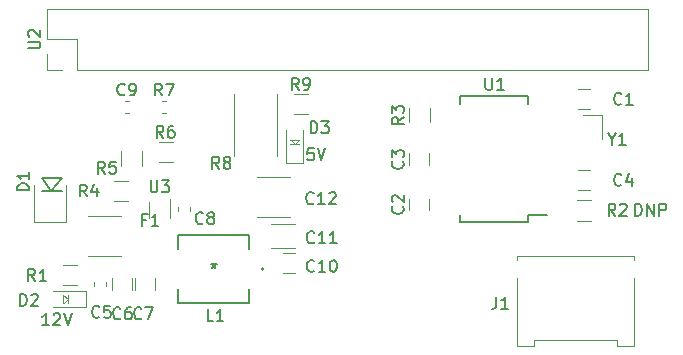
<source format=gto>
G04 #@! TF.GenerationSoftware,KiCad,Pcbnew,(5.1.4-0-10_14)*
G04 #@! TF.CreationDate,2020-01-14T22:21:16-05:00*
G04 #@! TF.ProjectId,LCD_Screen,4c43445f-5363-4726-9565-6e2e6b696361,rev?*
G04 #@! TF.SameCoordinates,Original*
G04 #@! TF.FileFunction,Legend,Top*
G04 #@! TF.FilePolarity,Positive*
%FSLAX46Y46*%
G04 Gerber Fmt 4.6, Leading zero omitted, Abs format (unit mm)*
G04 Created by KiCad (PCBNEW (5.1.4-0-10_14)) date 2020-01-14 22:21:16*
%MOMM*%
%LPD*%
G04 APERTURE LIST*
%ADD10C,0.150000*%
%ADD11C,0.120000*%
%ADD12C,0.100000*%
%ADD13C,0.152400*%
%ADD14C,0.200000*%
G04 APERTURE END LIST*
D10*
X255000285Y-36774380D02*
X255000285Y-35774380D01*
X255238380Y-35774380D01*
X255381238Y-35822000D01*
X255476476Y-35917238D01*
X255524095Y-36012476D01*
X255571714Y-36202952D01*
X255571714Y-36345809D01*
X255524095Y-36536285D01*
X255476476Y-36631523D01*
X255381238Y-36726761D01*
X255238380Y-36774380D01*
X255000285Y-36774380D01*
X256000285Y-36774380D02*
X256000285Y-35774380D01*
X256571714Y-36774380D01*
X256571714Y-35774380D01*
X257047904Y-36774380D02*
X257047904Y-35774380D01*
X257428857Y-35774380D01*
X257524095Y-35822000D01*
X257571714Y-35869619D01*
X257619333Y-35964857D01*
X257619333Y-36107714D01*
X257571714Y-36202952D01*
X257524095Y-36250571D01*
X257428857Y-36298190D01*
X257047904Y-36298190D01*
X227774523Y-31075380D02*
X227298333Y-31075380D01*
X227250714Y-31551571D01*
X227298333Y-31503952D01*
X227393571Y-31456333D01*
X227631666Y-31456333D01*
X227726904Y-31503952D01*
X227774523Y-31551571D01*
X227822142Y-31646809D01*
X227822142Y-31884904D01*
X227774523Y-31980142D01*
X227726904Y-32027761D01*
X227631666Y-32075380D01*
X227393571Y-32075380D01*
X227298333Y-32027761D01*
X227250714Y-31980142D01*
X228107857Y-31075380D02*
X228441190Y-32075380D01*
X228774523Y-31075380D01*
X205374952Y-46045380D02*
X204803523Y-46045380D01*
X205089238Y-46045380D02*
X205089238Y-45045380D01*
X204994000Y-45188238D01*
X204898761Y-45283476D01*
X204803523Y-45331095D01*
X205755904Y-45140619D02*
X205803523Y-45093000D01*
X205898761Y-45045380D01*
X206136857Y-45045380D01*
X206232095Y-45093000D01*
X206279714Y-45140619D01*
X206327333Y-45235857D01*
X206327333Y-45331095D01*
X206279714Y-45473952D01*
X205708285Y-46045380D01*
X206327333Y-46045380D01*
X206613047Y-45045380D02*
X206946380Y-46045380D01*
X207279714Y-45045380D01*
D11*
X211787521Y-28081700D02*
X212113079Y-28081700D01*
X211787521Y-27061700D02*
X212113079Y-27061700D01*
X208680548Y-36783700D02*
X211453052Y-36783700D01*
X208680548Y-40203700D02*
X211453052Y-40203700D01*
X223010048Y-33481700D02*
X225782552Y-33481700D01*
X223010048Y-36901700D02*
X225782552Y-36901700D01*
X225461600Y-32292700D02*
X225461600Y-29492700D01*
X226861600Y-32292700D02*
X226861600Y-29492700D01*
X225461600Y-32292700D02*
X226861600Y-32292700D01*
D12*
X226161600Y-30692700D02*
X225861600Y-30392700D01*
X225861600Y-30392700D02*
X225811600Y-30342700D01*
X225811600Y-30342700D02*
X226461600Y-30342700D01*
X226511600Y-30342700D02*
X226461600Y-30342700D01*
X226461600Y-30342700D02*
X226511600Y-30342700D01*
X226511600Y-30342700D02*
X226161600Y-30692700D01*
X226161600Y-30692700D02*
X225811600Y-30692700D01*
X226511600Y-30692700D02*
X226161600Y-30692700D01*
D11*
X224182300Y-39513700D02*
X226182300Y-39513700D01*
X226182300Y-37473700D02*
X224182300Y-37473700D01*
X226166300Y-39929700D02*
X225166300Y-39929700D01*
X225166300Y-41629700D02*
X226166300Y-41629700D01*
X212624300Y-42057700D02*
X212624300Y-43057700D01*
X214324300Y-43057700D02*
X214324300Y-42057700D01*
X210719300Y-42057700D02*
X210719300Y-43057700D01*
X212419300Y-43057700D02*
X212419300Y-42057700D01*
X217286300Y-36370479D02*
X217286300Y-36044921D01*
X216266300Y-36370479D02*
X216266300Y-36044921D01*
D13*
X222313500Y-38442900D02*
X216319100Y-38442900D01*
X216319100Y-38442900D02*
X216319100Y-39608760D01*
X216319100Y-44132500D02*
X222313500Y-44132500D01*
X222313500Y-44132500D02*
X222313500Y-42966640D01*
X222313500Y-39608760D02*
X222313500Y-38442900D01*
X216319100Y-42966640D02*
X216319100Y-44132500D01*
X223532700Y-41287700D02*
G75*
G03X223532700Y-41287700I-76200J0D01*
G01*
D14*
X206473300Y-33575700D02*
X205573300Y-34675700D01*
X204773300Y-33575700D02*
X206473300Y-33575700D01*
X205573300Y-34675700D02*
X204773300Y-33575700D01*
X204773300Y-34675700D02*
X206473300Y-34675700D01*
D11*
X204139800Y-37350700D02*
X206806800Y-37350700D01*
X206806800Y-37350700D02*
X206806800Y-34175700D01*
X204139800Y-37350700D02*
X204139800Y-34175700D01*
X214937021Y-27061700D02*
X215262579Y-27061700D01*
X214937021Y-28081700D02*
X215262579Y-28081700D01*
X221052300Y-31695700D02*
X221052300Y-26495700D01*
X224692300Y-26495700D02*
X224692300Y-31695700D01*
X213844300Y-36933900D02*
X213844300Y-35633900D01*
X215644300Y-35383900D02*
X215644300Y-36933900D01*
D12*
X206943300Y-43477700D02*
X206943300Y-43827700D01*
X206943300Y-43827700D02*
X206943300Y-44177700D01*
X206593300Y-43477700D02*
X206943300Y-43827700D01*
X206593300Y-43527700D02*
X206593300Y-43477700D01*
X206593300Y-43477700D02*
X206593300Y-43527700D01*
X206593300Y-44177700D02*
X206593300Y-43527700D01*
X206643300Y-44127700D02*
X206593300Y-44177700D01*
X206943300Y-43827700D02*
X206643300Y-44127700D01*
D11*
X208543300Y-44527700D02*
X208543300Y-43127700D01*
X208543300Y-43127700D02*
X205743300Y-43127700D01*
X208543300Y-44527700D02*
X205743300Y-44527700D01*
X226082300Y-26437700D02*
X227282300Y-26437700D01*
X227282300Y-28197700D02*
X226082300Y-28197700D01*
X210174300Y-42394921D02*
X210174300Y-42720479D01*
X209154300Y-42394921D02*
X209154300Y-42720479D01*
X207724300Y-42675700D02*
X206524300Y-42675700D01*
X206524300Y-40915700D02*
X207724300Y-40915700D01*
X213224000Y-31327800D02*
X213224000Y-32527800D01*
X211464000Y-32527800D02*
X211464000Y-31327800D01*
X214652300Y-30501700D02*
X215852300Y-30501700D01*
X215852300Y-32261700D02*
X214652300Y-32261700D01*
X212042300Y-35563700D02*
X210842300Y-35563700D01*
X210842300Y-33803700D02*
X212042300Y-33803700D01*
X250198000Y-34632000D02*
X251198000Y-34632000D01*
X251198000Y-32932000D02*
X250198000Y-32932000D01*
X254895000Y-40512000D02*
X254895000Y-40202000D01*
X254895000Y-40202000D02*
X245025000Y-40202000D01*
X245025000Y-40202000D02*
X245025000Y-40512000D01*
X254895000Y-42032000D02*
X254895000Y-47792000D01*
X254895000Y-47792000D02*
X253475000Y-47792000D01*
X253475000Y-47792000D02*
X253475000Y-47292000D01*
X253475000Y-47292000D02*
X246445000Y-47292000D01*
X246445000Y-47292000D02*
X246445000Y-47792000D01*
X246445000Y-47792000D02*
X245025000Y-47792000D01*
X245025000Y-47792000D02*
X245025000Y-42032000D01*
D10*
X245953000Y-37329000D02*
X245953000Y-36754000D01*
X240203000Y-37329000D02*
X240203000Y-36679000D01*
X240203000Y-26679000D02*
X240203000Y-27329000D01*
X245953000Y-26679000D02*
X245953000Y-27329000D01*
X245953000Y-37329000D02*
X240203000Y-37329000D01*
X245953000Y-26679000D02*
X240203000Y-26679000D01*
X245953000Y-36754000D02*
X247553000Y-36754000D01*
D11*
X250182000Y-27774000D02*
X251182000Y-27774000D01*
X251182000Y-26074000D02*
X250182000Y-26074000D01*
X235878000Y-35330000D02*
X235878000Y-36330000D01*
X237578000Y-36330000D02*
X237578000Y-35330000D01*
X235878000Y-31504000D02*
X235878000Y-32504000D01*
X237578000Y-32504000D02*
X237578000Y-31504000D01*
X250098000Y-35442000D02*
X251298000Y-35442000D01*
X251298000Y-37202000D02*
X250098000Y-37202000D01*
X237608000Y-27660000D02*
X237608000Y-28860000D01*
X235848000Y-28860000D02*
X235848000Y-27660000D01*
D12*
X252209000Y-28269000D02*
X252209000Y-30269000D01*
X252209000Y-28269000D02*
X250609000Y-28269000D01*
D11*
X256092000Y-24444000D02*
X256092000Y-19244000D01*
X207772000Y-24444000D02*
X256092000Y-24444000D01*
X205172000Y-19244000D02*
X256092000Y-19244000D01*
X207772000Y-24444000D02*
X207772000Y-21844000D01*
X207772000Y-21844000D02*
X205172000Y-21844000D01*
X205172000Y-21844000D02*
X205172000Y-19244000D01*
X206502000Y-24444000D02*
X205172000Y-24444000D01*
X205172000Y-24444000D02*
X205172000Y-23114000D01*
D10*
X211783633Y-26498842D02*
X211736014Y-26546461D01*
X211593157Y-26594080D01*
X211497919Y-26594080D01*
X211355061Y-26546461D01*
X211259823Y-26451223D01*
X211212204Y-26355985D01*
X211164585Y-26165509D01*
X211164585Y-26022652D01*
X211212204Y-25832176D01*
X211259823Y-25736938D01*
X211355061Y-25641700D01*
X211497919Y-25594080D01*
X211593157Y-25594080D01*
X211736014Y-25641700D01*
X211783633Y-25689319D01*
X212259823Y-26594080D02*
X212450300Y-26594080D01*
X212545538Y-26546461D01*
X212593157Y-26498842D01*
X212688395Y-26355985D01*
X212736014Y-26165509D01*
X212736014Y-25784557D01*
X212688395Y-25689319D01*
X212640776Y-25641700D01*
X212545538Y-25594080D01*
X212355061Y-25594080D01*
X212259823Y-25641700D01*
X212212204Y-25689319D01*
X212164585Y-25784557D01*
X212164585Y-26022652D01*
X212212204Y-26117890D01*
X212259823Y-26165509D01*
X212355061Y-26213128D01*
X212545538Y-26213128D01*
X212640776Y-26165509D01*
X212688395Y-26117890D01*
X212736014Y-26022652D01*
X213590366Y-37101471D02*
X213257033Y-37101471D01*
X213257033Y-37625280D02*
X213257033Y-36625280D01*
X213733223Y-36625280D01*
X214637985Y-37625280D02*
X214066557Y-37625280D01*
X214352271Y-37625280D02*
X214352271Y-36625280D01*
X214257033Y-36768138D01*
X214161795Y-36863376D01*
X214066557Y-36910995D01*
X227766642Y-35701242D02*
X227719023Y-35748861D01*
X227576166Y-35796480D01*
X227480928Y-35796480D01*
X227338071Y-35748861D01*
X227242833Y-35653623D01*
X227195214Y-35558385D01*
X227147595Y-35367909D01*
X227147595Y-35225052D01*
X227195214Y-35034576D01*
X227242833Y-34939338D01*
X227338071Y-34844100D01*
X227480928Y-34796480D01*
X227576166Y-34796480D01*
X227719023Y-34844100D01*
X227766642Y-34891719D01*
X228719023Y-35796480D02*
X228147595Y-35796480D01*
X228433309Y-35796480D02*
X228433309Y-34796480D01*
X228338071Y-34939338D01*
X228242833Y-35034576D01*
X228147595Y-35082195D01*
X229099976Y-34891719D02*
X229147595Y-34844100D01*
X229242833Y-34796480D01*
X229480928Y-34796480D01*
X229576166Y-34844100D01*
X229623785Y-34891719D01*
X229671404Y-34986957D01*
X229671404Y-35082195D01*
X229623785Y-35225052D01*
X229052357Y-35796480D01*
X229671404Y-35796480D01*
X227531704Y-29789380D02*
X227531704Y-28789380D01*
X227769800Y-28789380D01*
X227912657Y-28837000D01*
X228007895Y-28932238D01*
X228055514Y-29027476D01*
X228103133Y-29217952D01*
X228103133Y-29360809D01*
X228055514Y-29551285D01*
X228007895Y-29646523D01*
X227912657Y-29741761D01*
X227769800Y-29789380D01*
X227531704Y-29789380D01*
X228436466Y-28789380D02*
X229055514Y-28789380D01*
X228722180Y-29170333D01*
X228865038Y-29170333D01*
X228960276Y-29217952D01*
X229007895Y-29265571D01*
X229055514Y-29360809D01*
X229055514Y-29598904D01*
X229007895Y-29694142D01*
X228960276Y-29741761D01*
X228865038Y-29789380D01*
X228579323Y-29789380D01*
X228484085Y-29741761D01*
X228436466Y-29694142D01*
X227817442Y-39015942D02*
X227769823Y-39063561D01*
X227626966Y-39111180D01*
X227531728Y-39111180D01*
X227388871Y-39063561D01*
X227293633Y-38968323D01*
X227246014Y-38873085D01*
X227198395Y-38682609D01*
X227198395Y-38539752D01*
X227246014Y-38349276D01*
X227293633Y-38254038D01*
X227388871Y-38158800D01*
X227531728Y-38111180D01*
X227626966Y-38111180D01*
X227769823Y-38158800D01*
X227817442Y-38206419D01*
X228769823Y-39111180D02*
X228198395Y-39111180D01*
X228484109Y-39111180D02*
X228484109Y-38111180D01*
X228388871Y-38254038D01*
X228293633Y-38349276D01*
X228198395Y-38396895D01*
X229722204Y-39111180D02*
X229150776Y-39111180D01*
X229436490Y-39111180D02*
X229436490Y-38111180D01*
X229341252Y-38254038D01*
X229246014Y-38349276D01*
X229150776Y-38396895D01*
X227817442Y-41428942D02*
X227769823Y-41476561D01*
X227626966Y-41524180D01*
X227531728Y-41524180D01*
X227388871Y-41476561D01*
X227293633Y-41381323D01*
X227246014Y-41286085D01*
X227198395Y-41095609D01*
X227198395Y-40952752D01*
X227246014Y-40762276D01*
X227293633Y-40667038D01*
X227388871Y-40571800D01*
X227531728Y-40524180D01*
X227626966Y-40524180D01*
X227769823Y-40571800D01*
X227817442Y-40619419D01*
X228769823Y-41524180D02*
X228198395Y-41524180D01*
X228484109Y-41524180D02*
X228484109Y-40524180D01*
X228388871Y-40667038D01*
X228293633Y-40762276D01*
X228198395Y-40809895D01*
X229388871Y-40524180D02*
X229484109Y-40524180D01*
X229579347Y-40571800D01*
X229626966Y-40619419D01*
X229674585Y-40714657D01*
X229722204Y-40905133D01*
X229722204Y-41143228D01*
X229674585Y-41333704D01*
X229626966Y-41428942D01*
X229579347Y-41476561D01*
X229484109Y-41524180D01*
X229388871Y-41524180D01*
X229293633Y-41476561D01*
X229246014Y-41428942D01*
X229198395Y-41333704D01*
X229150776Y-41143228D01*
X229150776Y-40905133D01*
X229198395Y-40714657D01*
X229246014Y-40619419D01*
X229293633Y-40571800D01*
X229388871Y-40524180D01*
X213193333Y-45442142D02*
X213145714Y-45489761D01*
X213002857Y-45537380D01*
X212907619Y-45537380D01*
X212764761Y-45489761D01*
X212669523Y-45394523D01*
X212621904Y-45299285D01*
X212574285Y-45108809D01*
X212574285Y-44965952D01*
X212621904Y-44775476D01*
X212669523Y-44680238D01*
X212764761Y-44585000D01*
X212907619Y-44537380D01*
X213002857Y-44537380D01*
X213145714Y-44585000D01*
X213193333Y-44632619D01*
X213526666Y-44537380D02*
X214193333Y-44537380D01*
X213764761Y-45537380D01*
X211415333Y-45442142D02*
X211367714Y-45489761D01*
X211224857Y-45537380D01*
X211129619Y-45537380D01*
X210986761Y-45489761D01*
X210891523Y-45394523D01*
X210843904Y-45299285D01*
X210796285Y-45108809D01*
X210796285Y-44965952D01*
X210843904Y-44775476D01*
X210891523Y-44680238D01*
X210986761Y-44585000D01*
X211129619Y-44537380D01*
X211224857Y-44537380D01*
X211367714Y-44585000D01*
X211415333Y-44632619D01*
X212272476Y-44537380D02*
X212082000Y-44537380D01*
X211986761Y-44585000D01*
X211939142Y-44632619D01*
X211843904Y-44775476D01*
X211796285Y-44965952D01*
X211796285Y-45346904D01*
X211843904Y-45442142D01*
X211891523Y-45489761D01*
X211986761Y-45537380D01*
X212177238Y-45537380D01*
X212272476Y-45489761D01*
X212320095Y-45442142D01*
X212367714Y-45346904D01*
X212367714Y-45108809D01*
X212320095Y-45013571D01*
X212272476Y-44965952D01*
X212177238Y-44918333D01*
X211986761Y-44918333D01*
X211891523Y-44965952D01*
X211843904Y-45013571D01*
X211796285Y-45108809D01*
X218400333Y-37390342D02*
X218352714Y-37437961D01*
X218209857Y-37485580D01*
X218114619Y-37485580D01*
X217971761Y-37437961D01*
X217876523Y-37342723D01*
X217828904Y-37247485D01*
X217781285Y-37057009D01*
X217781285Y-36914152D01*
X217828904Y-36723676D01*
X217876523Y-36628438D01*
X217971761Y-36533200D01*
X218114619Y-36485580D01*
X218209857Y-36485580D01*
X218352714Y-36533200D01*
X218400333Y-36580819D01*
X218971761Y-36914152D02*
X218876523Y-36866533D01*
X218828904Y-36818914D01*
X218781285Y-36723676D01*
X218781285Y-36676057D01*
X218828904Y-36580819D01*
X218876523Y-36533200D01*
X218971761Y-36485580D01*
X219162238Y-36485580D01*
X219257476Y-36533200D01*
X219305095Y-36580819D01*
X219352714Y-36676057D01*
X219352714Y-36723676D01*
X219305095Y-36818914D01*
X219257476Y-36866533D01*
X219162238Y-36914152D01*
X218971761Y-36914152D01*
X218876523Y-36961771D01*
X218828904Y-37009390D01*
X218781285Y-37104628D01*
X218781285Y-37295104D01*
X218828904Y-37390342D01*
X218876523Y-37437961D01*
X218971761Y-37485580D01*
X219162238Y-37485580D01*
X219257476Y-37437961D01*
X219305095Y-37390342D01*
X219352714Y-37295104D01*
X219352714Y-37104628D01*
X219305095Y-37009390D01*
X219257476Y-36961771D01*
X219162238Y-36914152D01*
X219276633Y-45702480D02*
X218800442Y-45702480D01*
X218800442Y-44702480D01*
X220133776Y-45702480D02*
X219562347Y-45702480D01*
X219848061Y-45702480D02*
X219848061Y-44702480D01*
X219752823Y-44845338D01*
X219657585Y-44940576D01*
X219562347Y-44988195D01*
X219316300Y-40740080D02*
X219316300Y-40978176D01*
X219078204Y-40882938D02*
X219316300Y-40978176D01*
X219554395Y-40882938D01*
X219173442Y-41168652D02*
X219316300Y-40978176D01*
X219459157Y-41168652D01*
X203675680Y-34613795D02*
X202675680Y-34613795D01*
X202675680Y-34375700D01*
X202723300Y-34232842D01*
X202818538Y-34137604D01*
X202913776Y-34089985D01*
X203104252Y-34042366D01*
X203247109Y-34042366D01*
X203437585Y-34089985D01*
X203532823Y-34137604D01*
X203628061Y-34232842D01*
X203675680Y-34375700D01*
X203675680Y-34613795D01*
X203675680Y-33089985D02*
X203675680Y-33661414D01*
X203675680Y-33375700D02*
X202675680Y-33375700D01*
X202818538Y-33470938D01*
X202913776Y-33566176D01*
X202961395Y-33661414D01*
X214933133Y-26594080D02*
X214599800Y-26117890D01*
X214361704Y-26594080D02*
X214361704Y-25594080D01*
X214742657Y-25594080D01*
X214837895Y-25641700D01*
X214885514Y-25689319D01*
X214933133Y-25784557D01*
X214933133Y-25927414D01*
X214885514Y-26022652D01*
X214837895Y-26070271D01*
X214742657Y-26117890D01*
X214361704Y-26117890D01*
X215266466Y-25594080D02*
X215933133Y-25594080D01*
X215504561Y-26594080D01*
X219771933Y-32799280D02*
X219438600Y-32323090D01*
X219200504Y-32799280D02*
X219200504Y-31799280D01*
X219581457Y-31799280D01*
X219676695Y-31846900D01*
X219724314Y-31894519D01*
X219771933Y-31989757D01*
X219771933Y-32132614D01*
X219724314Y-32227852D01*
X219676695Y-32275471D01*
X219581457Y-32323090D01*
X219200504Y-32323090D01*
X220343361Y-32227852D02*
X220248123Y-32180233D01*
X220200504Y-32132614D01*
X220152885Y-32037376D01*
X220152885Y-31989757D01*
X220200504Y-31894519D01*
X220248123Y-31846900D01*
X220343361Y-31799280D01*
X220533838Y-31799280D01*
X220629076Y-31846900D01*
X220676695Y-31894519D01*
X220724314Y-31989757D01*
X220724314Y-32037376D01*
X220676695Y-32132614D01*
X220629076Y-32180233D01*
X220533838Y-32227852D01*
X220343361Y-32227852D01*
X220248123Y-32275471D01*
X220200504Y-32323090D01*
X220152885Y-32418328D01*
X220152885Y-32608804D01*
X220200504Y-32704042D01*
X220248123Y-32751661D01*
X220343361Y-32799280D01*
X220533838Y-32799280D01*
X220629076Y-32751661D01*
X220676695Y-32704042D01*
X220724314Y-32608804D01*
X220724314Y-32418328D01*
X220676695Y-32323090D01*
X220629076Y-32275471D01*
X220533838Y-32227852D01*
X213969695Y-33793180D02*
X213969695Y-34602704D01*
X214017314Y-34697942D01*
X214064933Y-34745561D01*
X214160171Y-34793180D01*
X214350647Y-34793180D01*
X214445885Y-34745561D01*
X214493504Y-34697942D01*
X214541123Y-34602704D01*
X214541123Y-33793180D01*
X214922076Y-33793180D02*
X215541123Y-33793180D01*
X215207790Y-34174133D01*
X215350647Y-34174133D01*
X215445885Y-34221752D01*
X215493504Y-34269371D01*
X215541123Y-34364609D01*
X215541123Y-34602704D01*
X215493504Y-34697942D01*
X215445885Y-34745561D01*
X215350647Y-34793180D01*
X215064933Y-34793180D01*
X214969695Y-34745561D01*
X214922076Y-34697942D01*
X202919104Y-44407080D02*
X202919104Y-43407080D01*
X203157200Y-43407080D01*
X203300057Y-43454700D01*
X203395295Y-43549938D01*
X203442914Y-43645176D01*
X203490533Y-43835652D01*
X203490533Y-43978509D01*
X203442914Y-44168985D01*
X203395295Y-44264223D01*
X203300057Y-44359461D01*
X203157200Y-44407080D01*
X202919104Y-44407080D01*
X203871485Y-43502319D02*
X203919104Y-43454700D01*
X204014342Y-43407080D01*
X204252438Y-43407080D01*
X204347676Y-43454700D01*
X204395295Y-43502319D01*
X204442914Y-43597557D01*
X204442914Y-43692795D01*
X204395295Y-43835652D01*
X203823866Y-44407080D01*
X204442914Y-44407080D01*
X226515633Y-26120080D02*
X226182300Y-25643890D01*
X225944204Y-26120080D02*
X225944204Y-25120080D01*
X226325157Y-25120080D01*
X226420395Y-25167700D01*
X226468014Y-25215319D01*
X226515633Y-25310557D01*
X226515633Y-25453414D01*
X226468014Y-25548652D01*
X226420395Y-25596271D01*
X226325157Y-25643890D01*
X225944204Y-25643890D01*
X226991823Y-26120080D02*
X227182300Y-26120080D01*
X227277538Y-26072461D01*
X227325157Y-26024842D01*
X227420395Y-25881985D01*
X227468014Y-25691509D01*
X227468014Y-25310557D01*
X227420395Y-25215319D01*
X227372776Y-25167700D01*
X227277538Y-25120080D01*
X227087061Y-25120080D01*
X226991823Y-25167700D01*
X226944204Y-25215319D01*
X226896585Y-25310557D01*
X226896585Y-25548652D01*
X226944204Y-25643890D01*
X226991823Y-25691509D01*
X227087061Y-25739128D01*
X227277538Y-25739128D01*
X227372776Y-25691509D01*
X227420395Y-25643890D01*
X227468014Y-25548652D01*
X209637333Y-45315142D02*
X209589714Y-45362761D01*
X209446857Y-45410380D01*
X209351619Y-45410380D01*
X209208761Y-45362761D01*
X209113523Y-45267523D01*
X209065904Y-45172285D01*
X209018285Y-44981809D01*
X209018285Y-44838952D01*
X209065904Y-44648476D01*
X209113523Y-44553238D01*
X209208761Y-44458000D01*
X209351619Y-44410380D01*
X209446857Y-44410380D01*
X209589714Y-44458000D01*
X209637333Y-44505619D01*
X210542095Y-44410380D02*
X210065904Y-44410380D01*
X210018285Y-44886571D01*
X210065904Y-44838952D01*
X210161142Y-44791333D01*
X210399238Y-44791333D01*
X210494476Y-44838952D01*
X210542095Y-44886571D01*
X210589714Y-44981809D01*
X210589714Y-45219904D01*
X210542095Y-45315142D01*
X210494476Y-45362761D01*
X210399238Y-45410380D01*
X210161142Y-45410380D01*
X210065904Y-45362761D01*
X210018285Y-45315142D01*
X204189033Y-42298880D02*
X203855700Y-41822690D01*
X203617604Y-42298880D02*
X203617604Y-41298880D01*
X203998557Y-41298880D01*
X204093795Y-41346500D01*
X204141414Y-41394119D01*
X204189033Y-41489357D01*
X204189033Y-41632214D01*
X204141414Y-41727452D01*
X204093795Y-41775071D01*
X203998557Y-41822690D01*
X203617604Y-41822690D01*
X205141414Y-42298880D02*
X204569985Y-42298880D01*
X204855700Y-42298880D02*
X204855700Y-41298880D01*
X204760461Y-41441738D01*
X204665223Y-41536976D01*
X204569985Y-41584595D01*
X210107233Y-33205680D02*
X209773900Y-32729490D01*
X209535804Y-33205680D02*
X209535804Y-32205680D01*
X209916757Y-32205680D01*
X210011995Y-32253300D01*
X210059614Y-32300919D01*
X210107233Y-32396157D01*
X210107233Y-32539014D01*
X210059614Y-32634252D01*
X210011995Y-32681871D01*
X209916757Y-32729490D01*
X209535804Y-32729490D01*
X211011995Y-32205680D02*
X210535804Y-32205680D01*
X210488185Y-32681871D01*
X210535804Y-32634252D01*
X210631042Y-32586633D01*
X210869138Y-32586633D01*
X210964376Y-32634252D01*
X211011995Y-32681871D01*
X211059614Y-32777109D01*
X211059614Y-33015204D01*
X211011995Y-33110442D01*
X210964376Y-33158061D01*
X210869138Y-33205680D01*
X210631042Y-33205680D01*
X210535804Y-33158061D01*
X210488185Y-33110442D01*
X215047533Y-30170380D02*
X214714200Y-29694190D01*
X214476104Y-30170380D02*
X214476104Y-29170380D01*
X214857057Y-29170380D01*
X214952295Y-29218000D01*
X214999914Y-29265619D01*
X215047533Y-29360857D01*
X215047533Y-29503714D01*
X214999914Y-29598952D01*
X214952295Y-29646571D01*
X214857057Y-29694190D01*
X214476104Y-29694190D01*
X215904676Y-29170380D02*
X215714200Y-29170380D01*
X215618961Y-29218000D01*
X215571342Y-29265619D01*
X215476104Y-29408476D01*
X215428485Y-29598952D01*
X215428485Y-29979904D01*
X215476104Y-30075142D01*
X215523723Y-30122761D01*
X215618961Y-30170380D01*
X215809438Y-30170380D01*
X215904676Y-30122761D01*
X215952295Y-30075142D01*
X215999914Y-29979904D01*
X215999914Y-29741809D01*
X215952295Y-29646571D01*
X215904676Y-29598952D01*
X215809438Y-29551333D01*
X215618961Y-29551333D01*
X215523723Y-29598952D01*
X215476104Y-29646571D01*
X215428485Y-29741809D01*
X208583233Y-35136080D02*
X208249900Y-34659890D01*
X208011804Y-35136080D02*
X208011804Y-34136080D01*
X208392757Y-34136080D01*
X208487995Y-34183700D01*
X208535614Y-34231319D01*
X208583233Y-34326557D01*
X208583233Y-34469414D01*
X208535614Y-34564652D01*
X208487995Y-34612271D01*
X208392757Y-34659890D01*
X208011804Y-34659890D01*
X209440376Y-34469414D02*
X209440376Y-35136080D01*
X209202280Y-34088461D02*
X208964185Y-34802747D01*
X209583233Y-34802747D01*
X253833333Y-34139142D02*
X253785714Y-34186761D01*
X253642857Y-34234380D01*
X253547619Y-34234380D01*
X253404761Y-34186761D01*
X253309523Y-34091523D01*
X253261904Y-33996285D01*
X253214285Y-33805809D01*
X253214285Y-33662952D01*
X253261904Y-33472476D01*
X253309523Y-33377238D01*
X253404761Y-33282000D01*
X253547619Y-33234380D01*
X253642857Y-33234380D01*
X253785714Y-33282000D01*
X253833333Y-33329619D01*
X254690476Y-33567714D02*
X254690476Y-34234380D01*
X254452380Y-33186761D02*
X254214285Y-33901047D01*
X254833333Y-33901047D01*
X243252666Y-43648380D02*
X243252666Y-44362666D01*
X243205047Y-44505523D01*
X243109809Y-44600761D01*
X242966952Y-44648380D01*
X242871714Y-44648380D01*
X244252666Y-44648380D02*
X243681238Y-44648380D01*
X243966952Y-44648380D02*
X243966952Y-43648380D01*
X243871714Y-43791238D01*
X243776476Y-43886476D01*
X243681238Y-43934095D01*
X242316095Y-25106380D02*
X242316095Y-25915904D01*
X242363714Y-26011142D01*
X242411333Y-26058761D01*
X242506571Y-26106380D01*
X242697047Y-26106380D01*
X242792285Y-26058761D01*
X242839904Y-26011142D01*
X242887523Y-25915904D01*
X242887523Y-25106380D01*
X243887523Y-26106380D02*
X243316095Y-26106380D01*
X243601809Y-26106380D02*
X243601809Y-25106380D01*
X243506571Y-25249238D01*
X243411333Y-25344476D01*
X243316095Y-25392095D01*
X253833333Y-27281142D02*
X253785714Y-27328761D01*
X253642857Y-27376380D01*
X253547619Y-27376380D01*
X253404761Y-27328761D01*
X253309523Y-27233523D01*
X253261904Y-27138285D01*
X253214285Y-26947809D01*
X253214285Y-26804952D01*
X253261904Y-26614476D01*
X253309523Y-26519238D01*
X253404761Y-26424000D01*
X253547619Y-26376380D01*
X253642857Y-26376380D01*
X253785714Y-26424000D01*
X253833333Y-26471619D01*
X254785714Y-27376380D02*
X254214285Y-27376380D01*
X254500000Y-27376380D02*
X254500000Y-26376380D01*
X254404761Y-26519238D01*
X254309523Y-26614476D01*
X254214285Y-26662095D01*
X235307142Y-35980666D02*
X235354761Y-36028285D01*
X235402380Y-36171142D01*
X235402380Y-36266380D01*
X235354761Y-36409238D01*
X235259523Y-36504476D01*
X235164285Y-36552095D01*
X234973809Y-36599714D01*
X234830952Y-36599714D01*
X234640476Y-36552095D01*
X234545238Y-36504476D01*
X234450000Y-36409238D01*
X234402380Y-36266380D01*
X234402380Y-36171142D01*
X234450000Y-36028285D01*
X234497619Y-35980666D01*
X234497619Y-35599714D02*
X234450000Y-35552095D01*
X234402380Y-35456857D01*
X234402380Y-35218761D01*
X234450000Y-35123523D01*
X234497619Y-35075904D01*
X234592857Y-35028285D01*
X234688095Y-35028285D01*
X234830952Y-35075904D01*
X235402380Y-35647333D01*
X235402380Y-35028285D01*
X235307142Y-32170666D02*
X235354761Y-32218285D01*
X235402380Y-32361142D01*
X235402380Y-32456380D01*
X235354761Y-32599238D01*
X235259523Y-32694476D01*
X235164285Y-32742095D01*
X234973809Y-32789714D01*
X234830952Y-32789714D01*
X234640476Y-32742095D01*
X234545238Y-32694476D01*
X234450000Y-32599238D01*
X234402380Y-32456380D01*
X234402380Y-32361142D01*
X234450000Y-32218285D01*
X234497619Y-32170666D01*
X234402380Y-31837333D02*
X234402380Y-31218285D01*
X234783333Y-31551619D01*
X234783333Y-31408761D01*
X234830952Y-31313523D01*
X234878571Y-31265904D01*
X234973809Y-31218285D01*
X235211904Y-31218285D01*
X235307142Y-31265904D01*
X235354761Y-31313523D01*
X235402380Y-31408761D01*
X235402380Y-31694476D01*
X235354761Y-31789714D01*
X235307142Y-31837333D01*
X253325333Y-36774380D02*
X252992000Y-36298190D01*
X252753904Y-36774380D02*
X252753904Y-35774380D01*
X253134857Y-35774380D01*
X253230095Y-35822000D01*
X253277714Y-35869619D01*
X253325333Y-35964857D01*
X253325333Y-36107714D01*
X253277714Y-36202952D01*
X253230095Y-36250571D01*
X253134857Y-36298190D01*
X252753904Y-36298190D01*
X253706285Y-35869619D02*
X253753904Y-35822000D01*
X253849142Y-35774380D01*
X254087238Y-35774380D01*
X254182476Y-35822000D01*
X254230095Y-35869619D01*
X254277714Y-35964857D01*
X254277714Y-36060095D01*
X254230095Y-36202952D01*
X253658666Y-36774380D01*
X254277714Y-36774380D01*
X235402380Y-28426666D02*
X234926190Y-28760000D01*
X235402380Y-28998095D02*
X234402380Y-28998095D01*
X234402380Y-28617142D01*
X234450000Y-28521904D01*
X234497619Y-28474285D01*
X234592857Y-28426666D01*
X234735714Y-28426666D01*
X234830952Y-28474285D01*
X234878571Y-28521904D01*
X234926190Y-28617142D01*
X234926190Y-28998095D01*
X234402380Y-28093333D02*
X234402380Y-27474285D01*
X234783333Y-27807619D01*
X234783333Y-27664761D01*
X234830952Y-27569523D01*
X234878571Y-27521904D01*
X234973809Y-27474285D01*
X235211904Y-27474285D01*
X235307142Y-27521904D01*
X235354761Y-27569523D01*
X235402380Y-27664761D01*
X235402380Y-27950476D01*
X235354761Y-28045714D01*
X235307142Y-28093333D01*
X253015809Y-30288190D02*
X253015809Y-30764380D01*
X252682476Y-29764380D02*
X253015809Y-30288190D01*
X253349142Y-29764380D01*
X254206285Y-30764380D02*
X253634857Y-30764380D01*
X253920571Y-30764380D02*
X253920571Y-29764380D01*
X253825333Y-29907238D01*
X253730095Y-30002476D01*
X253634857Y-30050095D01*
X203624380Y-22605904D02*
X204433904Y-22605904D01*
X204529142Y-22558285D01*
X204576761Y-22510666D01*
X204624380Y-22415428D01*
X204624380Y-22224952D01*
X204576761Y-22129714D01*
X204529142Y-22082095D01*
X204433904Y-22034476D01*
X203624380Y-22034476D01*
X203719619Y-21605904D02*
X203672000Y-21558285D01*
X203624380Y-21463047D01*
X203624380Y-21224952D01*
X203672000Y-21129714D01*
X203719619Y-21082095D01*
X203814857Y-21034476D01*
X203910095Y-21034476D01*
X204052952Y-21082095D01*
X204624380Y-21653523D01*
X204624380Y-21034476D01*
M02*

</source>
